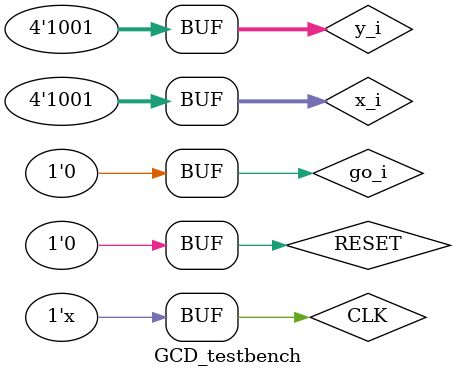
<source format=v>
`timescale 1ns / 1ps


module GCD_testbench;

	// Inputs
	reg [3:0] x_i;
	reg [3:0] y_i;
	reg go_i;
	reg CLK;
	reg RESET;

	// Outputs
	wire [3:0] d_o;
	
	// Instantiate the Unit Under Test (UUT)
	GCD_4bit uut (
		.x_i(x_i), 
		.y_i(y_i), 
		.go_i(go_i), 
		.CLK(CLK), 
		.RESET(RESET), 
		.d_o(d_o));

	initial begin
		// Initialize Inputs
		x_i = 0;
		y_i = 0;
		go_i = 0;
		CLK = 0;
		RESET = 0;

		// Wait 100 ns for global reset to finish
		#20;
		
		// GCD testing
		x_i = 8;
		y_i = 12;
		#30;
		go_i = 1;
		#70;
		go_i = 0;
		#200;
		
		x_i = 3;
		y_i = 8;
		#30;
		go_i = 1;
		#70;
		go_i = 0;
		#200;
		
		x_i = 15;
		y_i = 10;
		#30;
		go_i = 1;
		#70;
		go_i = 0;
		#200;
		
		RESET = 1;
		#40;
		RESET = 0;
		#40;
		
		x_i = 9;
		y_i = 9;
		#30;
		go_i = 1;
		#70;
		go_i = 0;
		#200;
	end
	
	// Generate clock
	always begin
		CLK = #10 ~CLK;
	end
endmodule


</source>
